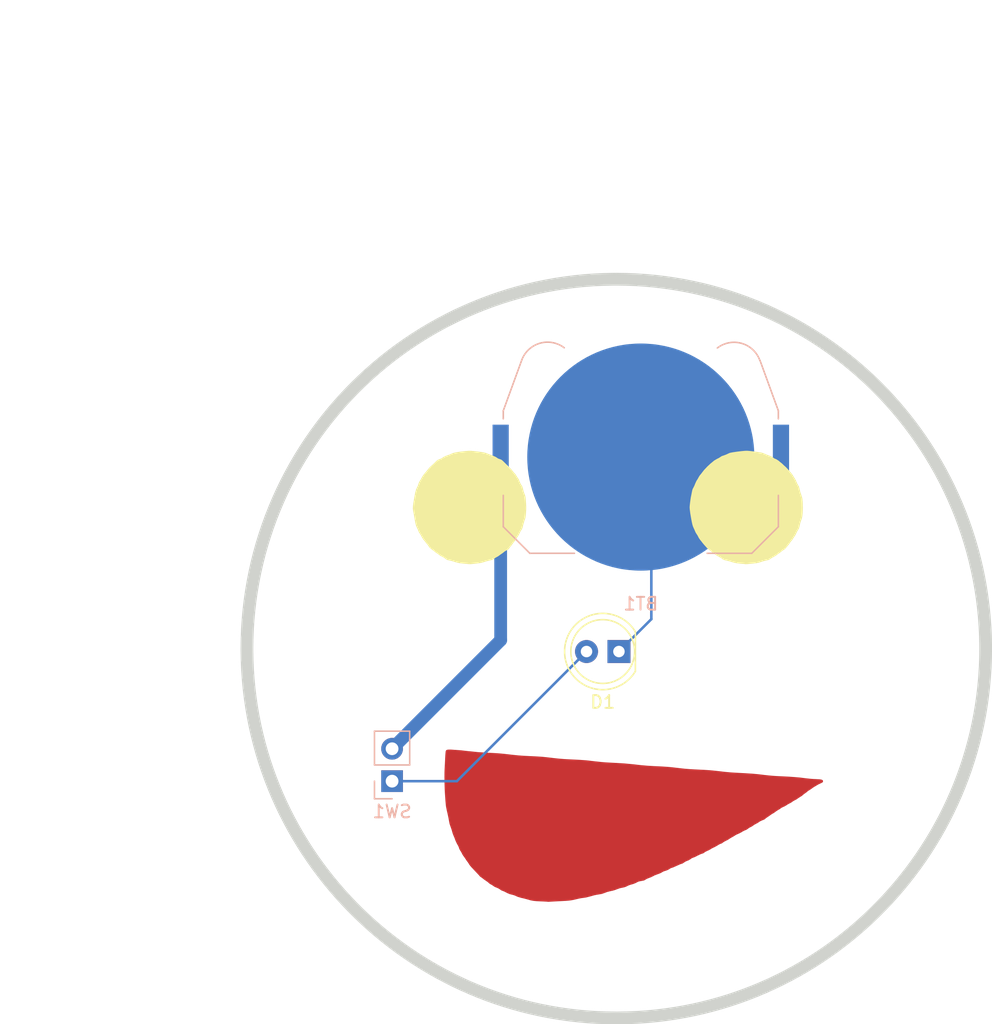
<source format=kicad_pcb>
(kicad_pcb (version 20241229) (generator "pcbnew") (generator_version "9.0")
  (layers (0 "F.Cu" signal) (2 "B.Cu" signal) (5 "F.SilkS" user "F.Silkscreen") (7 "B.SilkS" user "B.Silkscreen") (1 "F.Mask" user) (3 "B.Mask" user) (25 "Edge.Cuts" user))
  (net 0 "")
  (net 1 "Net-(BT1-+)")
  (net 2 "Net-(BT1--)")
  (net 3 "Net-(D1-A)")
  (footprint "LED_THT:LED_D5.0mm" (layer "F.Cu") (at 48.26 50.8 180)
    (property "Reference" "D1" (at 1.27 -3.96 180) (layer "F.SilkS"))
    (property "Value" "LED")
    (fp_line (start -1.29 -1.545) (end -1.29 1.545) (stroke (width 0.12)) (layer "F.SilkS"))
    (fp_arc (start 4.26 0.000048) (mid 2.071756 2.880501) (end -1.29 1.54483) (stroke (width 0.12)) (layer "F.SilkS"))
    (fp_arc (start -1.29 -1.54483) (mid 2.071756 -2.880501) (end 4.26 -0.000048) (stroke (width 0.12)) (layer "F.SilkS"))
    (fp_circle (center 1.27 0) (end 3.77 0) (stroke (width 0.12)) (fill no) (layer "F.SilkS"))
    (pad "1" thru_hole rect (at 0 0 180) (size 1.8 1.8) (drill 0.9) (layers "*.Cu" "*.Mask") (net 2 "Net-(BT1--)"))
    (pad "2" thru_hole circle (at 2.54 0 180) (size 1.8 1.8) (drill 0.9) (layers "*.Cu" "*.Mask") (net 3 "Net-(D1-A)"))
  )
  (footprint "Graphics" (layer "F.Cu") (at 0 0)
    (property "Reference" "" (at 0 0 0) (layer "F.SilkS") (effects (font (size 1.27 1.27))))
    (property "Value" "")
    (fp_poly (pts (xy 35.144 58.488) (xy 35.788 58.533) (xy 36.39 58.6) (xy 37.231 58.685) (xy 37.78 58.719) (xy 38.227 58.743) (xy 38.56 58.761) (xy 38.825 58.779) (xy 39.066 58.799) (xy 39.33 58.826) (xy 39.662 58.864) (xy 39.96 58.898) (xy 40.352 58.938) (xy 40.782 58.969) (xy 41.308 58.996) (xy 41.4 59) (xy 41.713 59.015) (xy 42.005 59.032) (xy 42.14 59.041) (xy 42.286 59.053) (xy 42.431 59.067) (xy 42.616 59.087) (xy 42.882 59.117) (xy 43.23 59.158) (xy 43.611 59.198) (xy 44.019 59.229) (xy 44.514 59.255) (xy 44.63 59.26) (xy 45.197 59.289) (xy 45.651 59.322) (xy 45.83 59.34) (xy 46.001 59.36) (xy 46.257 59.39) (xy 46.41 59.408) (xy 46.842 59.455) (xy 47.24 59.488) (xy 47.688 59.513) (xy 47.84 59.52) (xy 48.69 59.57) (xy 49.415 59.638) (xy 49.51 59.65) (xy 49.988 59.705) (xy 50.456 59.746) (xy 50.986 59.778) (xy 51.23 59.79) (xy 51.663 59.811) (xy 51.996 59.832) (xy 52.29 59.857) (xy 52.605 59.891) (xy 52.85 59.92) (xy 53.21 59.962) (xy 53.511 59.992) (xy 53.813 60.015) (xy 54.176 60.036) (xy 54.46 60.05) (xy 54.933 60.073) (xy 55.299 60.096) (xy 55.612 60.123) (xy 55.927 60.157) (xy 56.04 60.171) (xy 56.556 60.23) (xy 56.991 60.27) (xy 57.422 60.297) (xy 57.47 60.3) (xy 58.162 60.337) (xy 58.703 60.372) (xy 59.106 60.408) (xy 59.22 60.42) (xy 59.677 60.475) (xy 60.031 60.513) (xy 60.336 60.54) (xy 60.647 60.56) (xy 61.02 60.578) (xy 61.07 60.58) (xy 61.567 60.606) (xy 62.04 60.639) (xy 62.433 60.674) (xy 62.57 60.69) (xy 62.95 60.738) (xy 63.23 60.768) (xy 63.47 60.787) (xy 63.71 60.798) (xy 64.003 60.815) (xy 64.17 60.845) (xy 64.244 60.9) (xy 64.26 60.978) (xy 64.217 61.06) (xy 64.058 61.137) (xy 64.056 61.138) (xy 63.879 61.22) (xy 63.806 61.265) (xy 63.648 61.36) (xy 63.61 61.378) (xy 63.457 61.475) (xy 63.43 61.498) (xy 63.293 61.599) (xy 63.206 61.649) (xy 63.073 61.732) (xy 63.031 61.771) (xy 62.943 61.848) (xy 62.875 61.891) (xy 62.73 61.996) (xy 62.685 62.041) (xy 62.554 62.144) (xy 62.51 62.168) (xy 62.347 62.267) (xy 62.304 62.301) (xy 62.146 62.405) (xy 62.07 62.441) (xy 61.913 62.528) (xy 61.859 62.571) (xy 61.721 62.663) (xy 61.641 62.701) (xy 61.474 62.789) (xy 61.411 62.835) (xy 61.239 62.939) (xy 61.17 62.967) (xy 61.006 63.045) (xy 60.943 63.09) (xy 60.81 63.181) (xy 60.74 63.219) (xy 60.582 63.318) (xy 60.53 63.361) (xy 60.384 63.464) (xy 60.335 63.489) (xy 60.174 63.585) (xy 60.135 63.617) (xy 59.983 63.727) (xy 59.946 63.747) (xy 59.794 63.852) (xy 59.755 63.888) (xy 59.64 63.976) (xy 59.514 64.021) (xy 59.318 64.107) (xy 59.26 64.152) (xy 59.096 64.257) (xy 59.041 64.281) (xy 58.865 64.378) (xy 58.808 64.422) (xy 58.658 64.523) (xy 58.595 64.552) (xy 58.446 64.632) (xy 58.407 64.662) (xy 58.265 64.765) (xy 58.105 64.829) (xy 57.946 64.909) (xy 57.898 64.944) (xy 57.666 65.067) (xy 57.626 65.081) (xy 57.419 65.175) (xy 57.369 65.21) (xy 57.221 65.305) (xy 57.15 65.34) (xy 56.981 65.436) (xy 56.924 65.478) (xy 56.766 65.576) (xy 56.689 65.61) (xy 56.484 65.717) (xy 56.439 65.751) (xy 56.339 65.827) (xy 56.316 65.84) (xy 56.199 65.878) (xy 56.041 65.962) (xy 55.973 66.009) (xy 55.761 66.128) (xy 55.724 66.142) (xy 55.525 66.24) (xy 55.48 66.271) (xy 55.304 66.374) (xy 55.222 66.409) (xy 55.064 66.482) (xy 55.007 66.52) (xy 54.865 66.616) (xy 54.689 66.672) (xy 54.421 66.797) (xy 54.24 66.895) (xy 54.168 66.922) (xy 53.964 67) (xy 53.89 67.06) (xy 53.699 67.174) (xy 53.597 67.207) (xy 53.422 67.293) (xy 53.399 67.311) (xy 53.247 67.415) (xy 53.066 67.471) (xy 52.8 67.59) (xy 52.512 67.72) (xy 52.353 67.768) (xy 52.241 67.829) (xy 52.181 67.871) (xy 52.014 67.953) (xy 51.93 67.98) (xy 51.771 68.029) (xy 51.661 68.085) (xy 51.59 68.131) (xy 51.41 68.216) (xy 51.283 68.258) (xy 51.04 68.35) (xy 50.958 68.399) (xy 50.722 68.511) (xy 50.676 68.523) (xy 50.421 68.628) (xy 50.383 68.653) (xy 50.283 68.718) (xy 50.194 68.752) (xy 50.041 68.781) (xy 49.981 68.791) (xy 49.819 68.823) (xy 49.706 68.869) (xy 49.6 68.931) (xy 49.385 69.02) (xy 49.282 69.048) (xy 49.095 69.102) (xy 48.992 69.143) (xy 48.79 69.243) (xy 48.622 69.293) (xy 48.536 69.309) (xy 48.336 69.351) (xy 48.119 69.426) (xy 47.97 69.486) (xy 47.804 69.537) (xy 47.616 69.577) (xy 47.331 69.647) (xy 47.196 69.701) (xy 46.913 69.798) (xy 46.85 69.811) (xy 46.64 69.845) (xy 46.491 69.869) (xy 46.264 69.92) (xy 46.051 69.982) (xy 45.692 70.075) (xy 45.524 70.101) (xy 45.338 70.126) (xy 45.216 70.146) (xy 45.085 70.175) (xy 44.873 70.225) (xy 44.86 70.228) (xy 44.617 70.282) (xy 44.393 70.317) (xy 44.128 70.341) (xy 43.77 70.36) (xy 43.451 70.375) (xy 43.145 70.392) (xy 43.01 70.4) (xy 42.814 70.412) (xy 42.706 70.417) (xy 42.7 70.417) (xy 42.65 70.408) (xy 42.555 70.402) (xy 42.348 70.391) (xy 42.107 70.381) (xy 41.778 70.364) (xy 41.544 70.34) (xy 41.338 70.3) (xy 41.095 70.231) (xy 41.063 70.222) (xy 40.821 70.156) (xy 40.614 70.11) (xy 40.613 70.11) (xy 40.324 70.024) (xy 40.249 69.99) (xy 40.035 69.899) (xy 39.79 69.835) (xy 39.716 69.82) (xy 39.498 69.73) (xy 39.476 69.716) (xy 39.292 69.619) (xy 39.218 69.589) (xy 39.051 69.524) (xy 38.936 69.448) (xy 38.911 69.426) (xy 38.759 69.34) (xy 38.721 69.327) (xy 38.514 69.243) (xy 38.426 69.179) (xy 38.302 69.098) (xy 38.231 69.06) (xy 38.091 68.973) (xy 38.055 68.937) (xy 37.953 68.848) (xy 37.878 68.799) (xy 37.71 68.685) (xy 37.648 68.635) (xy 37.501 68.522) (xy 37.455 68.493) (xy 37.368 68.433) (xy 37.36 68.422) (xy 37.311 68.359) (xy 37.205 68.244) (xy 37.029 68.059) (xy 36.91 67.931) (xy 36.76 67.77) (xy 36.668 67.674) (xy 36.549 67.526) (xy 36.513 67.467) (xy 36.413 67.31) (xy 36.38 67.27) (xy 36.274 67.123) (xy 36.251 67.082) (xy 36.156 66.939) (xy 36.114 66.888) (xy 36.001 66.723) (xy 35.974 66.665) (xy 35.886 66.497) (xy 35.853 66.45) (xy 35.766 66.305) (xy 35.751 66.269) (xy 35.695 66.108) (xy 35.689 66.093) (xy 35.616 65.953) (xy 35.579 65.898) (xy 35.451 65.627) (xy 35.449 65.62) (xy 35.37 65.401) (xy 35.319 65.286) (xy 35.234 65.073) (xy 35.19 64.924) (xy 35.136 64.732) (xy 35.098 64.628) (xy 34.987 64.312) (xy 34.949 64.12) (xy 34.906 63.881) (xy 34.843 63.578) (xy 34.78 63.304) (xy 34.768 63.256) (xy 34.704 62.937) (xy 34.664 62.535) (xy 34.66 62.486) (xy 34.641 62.19) (xy 34.621 61.905) (xy 34.619 61.87) (xy 34.601 61.515) (xy 34.589 61.088) (xy 34.584 60.648) (xy 34.587 60.254) (xy 34.597 59.98) (xy 34.614 59.695) (xy 34.632 59.348) (xy 34.641 59.15) (xy 34.656 58.883) (xy 34.672 58.683) (xy 34.683 58.605) (xy 34.73 58.526) (xy 34.833 58.489) (xy 35.037 58.484)) (fill yes) (layer "F.Cu"))
  )
  (footprint "Graphics" (layer "F.Cu") (at 0 0)
    (property "Reference" "" (at 0 0 0) (layer "F.SilkS") (effects (font (size 1.27 1.27))))
    (property "Value" "")
  )
  (footprint "Graphics" (layer "F.Cu") (at 0 0)
    (property "Reference" "" (at 0 0 0) (layer "F.SilkS") (effects (font (size 1.27 1.27))))
    (property "Value" "")
    (fp_poly (pts (xy 58.502 35.079) (xy 58.577 35.087) (xy 58.881 35.124) (xy 59.192 35.167) (xy 59.209 35.17) (xy 59.434 35.208) (xy 59.578 35.249) (xy 59.699 35.301) (xy 59.921 35.397) (xy 60.049 35.443) (xy 60.273 35.546) (xy 60.302 35.57) (xy 60.446 35.671) (xy 60.591 35.728) (xy 60.781 35.851) (xy 60.912 35.964) (xy 60.952 35.99) (xy 61.075 36.094) (xy 61.087 36.108) (xy 61.202 36.221) (xy 61.226 36.239) (xy 61.337 36.339) (xy 61.47 36.48) (xy 61.627 36.657) (xy 61.743 36.786) (xy 61.868 36.949) (xy 61.916 37.03) (xy 62.013 37.193) (xy 62.048 37.24) (xy 62.147 37.422) (xy 62.161 37.464) (xy 62.239 37.646) (xy 62.273 37.704) (xy 62.37 37.873) (xy 62.422 38.063) (xy 62.432 38.118) (xy 62.487 38.333) (xy 62.539 38.48) (xy 62.62 38.732) (xy 62.639 38.83) (xy 62.667 39.154) (xy 62.676 39.545) (xy 62.664 39.913) (xy 62.661 39.949) (xy 62.633 40.209) (xy 62.594 40.388) (xy 62.531 40.556) (xy 62.471 40.737) (xy 62.457 40.796) (xy 62.409 41.032) (xy 62.363 41.17) (xy 62.3 41.271) (xy 62.2 41.443) (xy 62.177 41.502) (xy 62.089 41.683) (xy 62.05 41.74) (xy 61.949 41.889) (xy 61.92 41.94) (xy 61.827 42.077) (xy 61.78 42.131) (xy 61.671 42.268) (xy 61.641 42.317) (xy 61.558 42.436) (xy 61.449 42.563) (xy 61.34 42.687) (xy 61.3 42.741) (xy 61.242 42.79) (xy 61.175 42.833) (xy 61.015 42.945) (xy 60.96 42.991) (xy 60.81 43.105) (xy 60.77 43.129) (xy 60.619 43.235) (xy 60.59 43.261) (xy 60.446 43.358) (xy 60.381 43.389) (xy 60.21 43.481) (xy 60.158 43.52) (xy 60.054 43.597) (xy 59.937 43.639) (xy 59.792 43.669) (xy 59.572 43.724) (xy 59.423 43.772) (xy 59.237 43.833) (xy 59.065 43.871) (xy 58.832 43.9) (xy 58.73 43.91) (xy 58.499 43.932) (xy 58.326 43.95) (xy 58.31 43.951) (xy 58.197 43.957) (xy 58.18 43.954) (xy 58.102 43.942) (xy 57.922 43.925) (xy 57.862 43.921) (xy 57.505 43.884) (xy 57.231 43.828) (xy 57.056 43.772) (xy 56.821 43.702) (xy 56.68 43.671) (xy 56.49 43.627) (xy 56.377 43.565) (xy 56.321 43.512) (xy 56.145 43.4) (xy 56.114 43.388) (xy 55.9 43.266) (xy 55.877 43.247) (xy 55.73 43.139) (xy 55.683 43.111) (xy 55.555 43.017) (xy 55.534 42.994) (xy 55.42 42.893) (xy 55.376 42.865) (xy 55.235 42.757) (xy 55.15 42.674) (xy 54.924 42.422) (xy 54.797 42.27) (xy 54.769 42.23) (xy 54.687 42.124) (xy 54.631 42.059) (xy 54.51 41.883) (xy 54.493 41.844) (xy 54.412 41.689) (xy 54.369 41.627) (xy 54.274 41.478) (xy 54.248 41.422) (xy 54.189 41.281) (xy 54.128 41.15) (xy 54.065 41.008) (xy 54.018 40.858) (xy 53.97 40.642) (xy 53.931 40.44) (xy 53.854 39.991) (xy 53.81 39.654) (xy 53.8 39.494) (xy 53.81 39.349) (xy 53.836 39.124) (xy 53.868 38.884) (xy 53.897 38.697) (xy 53.91 38.64) (xy 53.929 38.549) (xy 53.964 38.367) (xy 53.968 38.345) (xy 54.01 38.145) (xy 54.055 38.024) (xy 54.096 37.955) (xy 54.186 37.772) (xy 54.227 37.66) (xy 54.341 37.413) (xy 54.352 37.4) (xy 54.449 37.248) (xy 54.483 37.18) (xy 54.577 37.021) (xy 54.618 36.97) (xy 54.734 36.828) (xy 54.761 36.79) (xy 54.938 36.565) (xy 55.184 36.304) (xy 55.441 36.065) (xy 55.55 35.977) (xy 55.658 35.887) (xy 55.714 35.838) (xy 55.942 35.703) (xy 56.104 35.624) (xy 56.147 35.594) (xy 56.316 35.484) (xy 56.48 35.43) (xy 56.661 35.363) (xy 56.749 35.321) (xy 56.912 35.246) (xy 56.981 35.223) (xy 57.207 35.181) (xy 57.528 35.134) (xy 57.881 35.092) (xy 57.917 35.089) (xy 58.15 35.068) (xy 58.315 35.065)) (fill yes) (layer "F.SilkS"))
    (fp_poly (pts (xy 36.833 35.082) (xy 36.89 35.088) (xy 37.298 35.134) (xy 37.586 35.177) (xy 37.794 35.224) (xy 37.961 35.283) (xy 38.019 35.309) (xy 38.239 35.4) (xy 38.382 35.449) (xy 38.613 35.553) (xy 38.632 35.567) (xy 38.79 35.673) (xy 38.95 35.729) (xy 39.036 35.761) (xy 39.123 35.823) (xy 39.26 35.953) (xy 39.32 36.012) (xy 39.516 36.207) (xy 39.692 36.382) (xy 39.726 36.415) (xy 39.869 36.57) (xy 39.949 36.672) (xy 40.046 36.791) (xy 40.075 36.816) (xy 40.161 36.918) (xy 40.196 36.975) (xy 40.289 37.128) (xy 40.321 37.171) (xy 40.418 37.319) (xy 40.481 37.488) (xy 40.556 37.655) (xy 40.587 37.702) (xy 40.684 37.854) (xy 40.737 38.028) (xy 40.749 38.086) (xy 40.809 38.309) (xy 40.851 38.42) (xy 40.906 38.557) (xy 40.94 38.694) (xy 40.962 38.883) (xy 40.981 39.178) (xy 40.982 39.19) (xy 40.995 39.484) (xy 40.992 39.714) (xy 40.974 39.971) (xy 40.953 40.201) (xy 40.929 40.34) (xy 40.89 40.456) (xy 40.862 40.522) (xy 40.75 40.909) (xy 40.705 41.113) (xy 40.631 41.257) (xy 40.589 41.315) (xy 40.505 41.465) (xy 40.479 41.53) (xy 40.392 41.702) (xy 40.354 41.754) (xy 40.244 41.916) (xy 40.22 41.96) (xy 40.136 42.09) (xy 40.109 42.12) (xy 40.025 42.221) (xy 39.95 42.33) (xy 39.846 42.475) (xy 39.791 42.54) (xy 39.705 42.649) (xy 39.679 42.692) (xy 39.612 42.784) (xy 39.502 42.85) (xy 39.415 42.887) (xy 39.293 42.965) (xy 39.245 43.006) (xy 39.107 43.113) (xy 39.063 43.139) (xy 38.923 43.237) (xy 38.905 43.254) (xy 38.773 43.347) (xy 38.705 43.382) (xy 38.535 43.479) (xy 38.48 43.52) (xy 38.374 43.597) (xy 38.253 43.64) (xy 38.116 43.668) (xy 37.912 43.719) (xy 37.715 43.779) (xy 37.563 43.827) (xy 37.409 43.862) (xy 37.204 43.892) (xy 36.895 43.926) (xy 36.86 43.93) (xy 36.646 43.951) (xy 36.541 43.957) (xy 36.493 43.951) (xy 36.49 43.95) (xy 36.405 43.939) (xy 36.223 43.924) (xy 36.187 43.921) (xy 35.79 43.878) (xy 35.489 43.811) (xy 35.37 43.771) (xy 35.137 43.7) (xy 35.001 43.67) (xy 34.809 43.627) (xy 34.695 43.563) (xy 34.641 43.512) (xy 34.473 43.403) (xy 34.44 43.39) (xy 34.254 43.289) (xy 34.203 43.251) (xy 34.059 43.146) (xy 34.01 43.118) (xy 33.87 43.017) (xy 33.849 42.996) (xy 33.715 42.891) (xy 33.664 42.861) (xy 33.41 42.648) (xy 33.312 42.505) (xy 33.231 42.386) (xy 33.202 42.355) (xy 33.131 42.275) (xy 33.09 42.22) (xy 32.97 42.071) (xy 32.93 42.028) (xy 32.803 41.825) (xy 32.715 41.653) (xy 32.67 41.589) (xy 32.574 41.433) (xy 32.549 41.373) (xy 32.482 41.212) (xy 32.448 41.144) (xy 32.367 40.969) (xy 32.308 40.764) (xy 32.254 40.467) (xy 32.251 40.45) (xy 32.206 40.18) (xy 32.163 39.941) (xy 32.155 39.9) (xy 32.12 39.701) (xy 32.105 39.583) (xy 32.114 39.402) (xy 32.158 39.086) (xy 32.22 38.73) (xy 32.265 38.488) (xy 32.292 38.34) (xy 32.361 38.096) (xy 32.423 37.961) (xy 32.495 37.812) (xy 32.52 37.746) (xy 32.554 37.62) (xy 32.627 37.467) (xy 32.66 37.417) (xy 32.742 37.285) (xy 32.787 37.195) (xy 32.888 37.018) (xy 32.942 36.947) (xy 33.072 36.791) (xy 33.12 36.731) (xy 33.298 36.509) (xy 33.41 36.377) (xy 33.489 36.299) (xy 33.53 36.265) (xy 33.652 36.159) (xy 33.817 35.999) (xy 33.84 35.977) (xy 33.985 35.834) (xy 34.078 35.765) (xy 34.175 35.726) (xy 34.191 35.721) (xy 34.335 35.669) (xy 34.465 35.586) (xy 34.517 35.547) (xy 34.706 35.457) (xy 34.765 35.44) (xy 34.974 35.365) (xy 35.07 35.32) (xy 35.244 35.246) (xy 35.476 35.187) (xy 35.802 35.136) (xy 36.23 35.088) (xy 36.463 35.068) (xy 36.632 35.066)) (fill yes) (layer "F.SilkS"))
  )
  (footprint "Graphics" (layer "F.Cu") (at 0 0)
    (property "Reference" "" (at 0 0 0) (layer "F.SilkS") (effects (font (size 1.27 1.27))))
    (property "Value" "")
  )
  (footprint "Graphics" (layer "F.Cu") (at 0 0)
    (property "Reference" "" (at 0 0 0) (layer "F.SilkS") (effects (font (size 1.27 1.27))))
    (property "Value" "")
  )
  (footprint "Connector_PinHeader_2.54mm:PinHeader_1x02_P2.54mm_Vertical" (layer "B.Cu") (at 30.48 60.96)
    (property "Reference" "SW1" (at 0 2.38 180) (layer "B.SilkS") (effects (justify mirror)))
    (property "Value" "SW_SPST")
    (fp_line (start -1.38 -3.92) (end 1.38 -3.92) (stroke (width 0.12)) (layer "B.SilkS"))
    (fp_line (start -1.38 -1.27) (end -1.38 -3.92) (stroke (width 0.12)) (layer "B.SilkS"))
    (fp_line (start -1.38 -1.27) (end 1.38 -1.27) (stroke (width 0.12)) (layer "B.SilkS"))
    (fp_line (start -1.38 0) (end -1.38 1.38) (stroke (width 0.12)) (layer "B.SilkS"))
    (fp_line (start -1.38 1.38) (end 0 1.38) (stroke (width 0.12)) (layer "B.SilkS"))
    (fp_line (start 1.38 -1.27) (end 1.38 -3.92) (stroke (width 0.12)) (layer "B.SilkS"))
    (pad "1" thru_hole rect (at 0 0) (size 1.7 1.7) (drill 1) (layers "*.Cu" "*.Mask") (net 3 "Net-(D1-A)"))
    (pad "2" thru_hole circle (at 0 -2.54) (size 1.7 1.7) (drill 1) (layers "*.Cu" "*.Mask") (net 1 "Net-(BT1-+)"))
  )
  (footprint "Graphics" (layer "B.Cu") (at 0 0)
    (property "Reference" "" (at 0 0 0) (layer "F.SilkS") (effects (font (size 1.27 1.27))))
    (property "Value" "")
  )
  (footprint "Battery:BatteryHolder_Keystone_3034_1x20mm" (layer "B.Cu") (at 49.975 35.56)
    (property "Reference" "BT1" (at 0 11.5 180) (layer "B.SilkS") (effects (justify mirror)))
    (property "Value" "Battery_Cell")
    (fp_line (start -10.78 -3.63) (end -9.34 -7.58) (stroke (width 0.12)) (layer "B.SilkS"))
    (fp_line (start -10.78 -3) (end -10.78 -3.63) (stroke (width 0.12)) (layer "B.SilkS"))
    (fp_line (start -10.78 5.46) (end -10.78 3) (stroke (width 0.12)) (layer "B.SilkS"))
    (fp_line (start -8.7 7.54) (end -10.78 5.46) (stroke (width 0.12)) (layer "B.SilkS"))
    (fp_line (start -5.2 7.54) (end -8.7 7.54) (stroke (width 0.12)) (layer "B.SilkS"))
    (fp_line (start 8.7 7.54) (end 5.2 7.54) (stroke (width 0.12)) (layer "B.SilkS"))
    (fp_line (start 8.7 7.54) (end 10.78 5.46) (stroke (width 0.12)) (layer "B.SilkS"))
    (fp_line (start 10.78 -3.63) (end 9.34 -7.58) (stroke (width 0.12)) (layer "B.SilkS"))
    (fp_line (start 10.78 -3) (end 10.78 -3.63) (stroke (width 0.12)) (layer "B.SilkS"))
    (fp_line (start 10.78 5.46) (end 10.78 3) (stroke (width 0.12)) (layer "B.SilkS"))
    (fp_arc (start -9.34 -7.58) (mid -7.921654 -8.918738) (end -6.003354 -8.56653) (stroke (width 0.12)) (layer "B.SilkS"))
    (fp_arc (start 6 -8.55) (mid 7.90634 -8.911669) (end 9.325243 -7.588169) (stroke (width 0.12)) (layer "B.SilkS"))
    (pad "1" smd rect (at -10.985 0) (size 1.27 5.08) (layers "B.Cu" "B.Mask" "B.Paste") (net 1 "Net-(BT1-+)"))
    (pad "1" smd rect (at 10.985 0) (size 1.27 5.08) (layers "B.Cu" "B.Mask" "B.Paste") (net 1 "Net-(BT1-+)"))
    (pad "2" smd circle (at 0 0) (size 17.8 17.8) (layers "B.Cu" "B.Mask") (net 2 "Net-(BT1--)"))
  )
  (gr_poly (pts (xy 77.002 50.568) (xy 76.992 51.325) (xy 76.963 52.077) (xy 76.915 52.824) (xy 76.849 53.565) (xy 76.763 54.302) (xy 76.66 55.032) (xy 76.538 55.757) (xy 76.399 56.475) (xy 76.242 57.187) (xy 76.067 57.892) (xy 75.876 58.59) (xy 75.668 59.281) (xy 75.443 59.965) (xy 75.201 60.641) (xy 74.944 61.309) (xy 74.67 61.97) (xy 74.381 62.621) (xy 74.076 63.265) (xy 73.757 63.899) (xy 73.422 64.525) (xy 73.072 65.141) (xy 72.708 65.747) (xy 72.33 66.344) (xy 71.937 66.931) (xy 71.531 67.508) (xy 71.111 68.074) (xy 70.678 68.63) (xy 70.232 69.174) (xy 69.772 69.708) (xy 69.301 70.23) (xy 68.817 70.74) (xy 68.32 71.239) (xy 67.812 71.725) (xy 67.292 72.199) (xy 66.761 72.661) (xy 66.218 73.11) (xy 65.665 73.545) (xy 65.101 73.968) (xy 64.526 74.376) (xy 63.941 74.772) (xy 63.346 75.153) (xy 62.741 75.519) (xy 62.127 75.872) (xy 61.503 76.209) (xy 60.87 76.532) (xy 60.229 76.84) (xy 59.578 77.132) (xy 58.92 77.408) (xy 58.253 77.669) (xy 57.578 77.913) (xy 56.896 78.142) (xy 56.206 78.353) (xy 55.509 78.548) (xy 54.806 78.725) (xy 54.095 78.886) (xy 53.378 79.028) (xy 52.655 79.153) (xy 51.925 79.26) (xy 51.19 79.349) (xy 50.449 79.419) (xy 49.703 79.471) (xy 48.952 79.503) (xy 48.197 79.517) (xy 48.053 79.517) (xy 47.296 79.507) (xy 46.544 79.478) (xy 45.797 79.431) (xy 45.056 79.364) (xy 44.319 79.279) (xy 43.589 79.175) (xy 42.864 79.053) (xy 42.146 78.914) (xy 41.434 78.757) (xy 40.729 78.583) (xy 40.031 78.391) (xy 39.34 78.183) (xy 38.656 77.958) (xy 37.98 77.717) (xy 37.312 77.459) (xy 36.652 77.185) (xy 36 76.896) (xy 35.356 76.592) (xy 34.722 76.272) (xy 34.097 75.937) (xy 33.48 75.587) (xy 32.874 75.223) (xy 32.277 74.845) (xy 31.69 74.452) (xy 31.113 74.046) (xy 30.547 73.626) (xy 29.991 73.193) (xy 29.447 72.747) (xy 28.913 72.288) (xy 28.391 71.816) (xy 27.881 71.332) (xy 27.382 70.836) (xy 26.896 70.327) (xy 26.422 69.808) (xy 25.96 69.276) (xy 25.511 68.734) (xy 25.076 68.18) (xy 24.653 67.616) (xy 24.245 67.041) (xy 23.849 66.456) (xy 23.468 65.861) (xy 23.102 65.256) (xy 22.749 64.642) (xy 22.412 64.018) (xy 22.089 63.386) (xy 21.781 62.744) (xy 21.489 62.094) (xy 21.213 61.435) (xy 20.952 60.768) (xy 20.708 60.094) (xy 20.479 59.411) (xy 20.268 58.722) (xy 20.073 58.025) (xy 19.896 57.321) (xy 19.735 56.61) (xy 19.593 55.893) (xy 19.468 55.17) (xy 19.361 54.441) (xy 19.272 53.705) (xy 19.202 52.965) (xy 19.15 52.219) (xy 19.118 51.468) (xy 19.104 50.712) (xy 19.104 50.568) (xy 19.114 49.81) (xy 19.143 49.054) (xy 19.193 48.301) (xy 19.261 47.551) (xy 19.349 46.804) (xy 19.457 46.061) (xy 19.583 45.322) (xy 19.728 44.588) (xy 19.892 43.859) (xy 20.074 43.134) (xy 20.275 42.416) (xy 20.495 41.703) (xy 20.732 40.996) (xy 20.987 40.296) (xy 21.261 39.603) (xy 21.552 38.917) (xy 21.86 38.239) (xy 22.186 37.569) (xy 22.53 36.907) (xy 22.89 36.254) (xy 23.268 35.61) (xy 23.662 34.975) (xy 24.073 34.35) (xy 24.501 33.735) (xy 24.945 33.13) (xy 25.405 32.536) (xy 25.882 31.954) (xy 26.374 31.382) (xy 26.883 30.823) (xy 27.407 30.275) (xy 27.583 30.098) (xy 28.126 29.569) (xy 28.682 29.055) (xy 29.249 28.558) (xy 29.828 28.076) (xy 30.418 27.61) (xy 31.019 27.161) (xy 31.631 26.727) (xy 32.253 26.311) (xy 32.885 25.911) (xy 33.526 25.528) (xy 34.176 25.162) (xy 34.835 24.813) (xy 35.503 24.481) (xy 36.178 24.167) (xy 36.861 23.87) (xy 37.552 23.591) (xy 38.25 23.329) (xy 38.954 23.086) (xy 39.665 22.861) (xy 40.382 22.654) (xy 41.104 22.465) (xy 41.832 22.295) (xy 42.565 22.144) (xy 43.302 22.011) (xy 44.044 21.898) (xy 44.789 21.804) (xy 45.538 21.728) (xy 46.29 21.673) (xy 47.046 21.637) (xy 47.803 21.62) (xy 48.053 21.619) (xy 48.811 21.629) (xy 49.567 21.659) (xy 50.32 21.708) (xy 51.071 21.777) (xy 51.817 21.865) (xy 52.56 21.972) (xy 53.299 22.098) (xy 54.033 22.243) (xy 54.763 22.407) (xy 55.487 22.59) (xy 56.205 22.791) (xy 56.918 23.01) (xy 57.625 23.247) (xy 58.325 23.503) (xy 59.018 23.776) (xy 59.704 24.067) (xy 60.382 24.376) (xy 61.052 24.702) (xy 61.714 25.045) (xy 62.367 25.406) (xy 63.011 25.783) (xy 63.646 26.177) (xy 64.271 26.589) (xy 64.886 27.016) (xy 65.491 27.46) (xy 66.085 27.921) (xy 66.667 28.397) (xy 67.239 28.89) (xy 67.798 29.398) (xy 68.346 29.922) (xy 68.523 30.098) (xy 69.052 30.641) (xy 69.566 31.197) (xy 70.064 31.764) (xy 70.545 32.343) (xy 71.011 32.934) (xy 71.46 33.535) (xy 71.894 34.146) (xy 72.31 34.768) (xy 72.71 35.4) (xy 73.093 36.041) (xy 73.459 36.691) (xy 73.808 37.35) (xy 74.14 38.018) (xy 74.454 38.693) (xy 74.751 39.377) (xy 75.03 40.067) (xy 75.292 40.765) (xy 75.535 41.47) (xy 75.76 42.18) (xy 75.967 42.897) (xy 76.156 43.62) (xy 76.326 44.347) (xy 76.477 45.08) (xy 76.61 45.817) (xy 76.723 46.559) (xy 76.817 47.304) (xy 76.893 48.053) (xy 76.948 48.806) (xy 76.984 49.561) (xy 77.001 50.318) (xy 77.002 50.568)) (stroke (width 1)) (fill no) (layer "Edge.Cuts"))
  (segment (start 38.99 49.91) (end 30.48 58.42) (width 1) (layer "B.Cu") (net 1))
  (segment (start 38.99 35.56) (end 38.99 49.91) (width 1) (layer "B.Cu") (net 1))
  (segment (start 50.8 36.385) (end 49.975 35.56) (width 0.2) (layer "B.Cu") (net 2))
  (segment (start 50.8 48.26) (end 50.8 36.385) (width 0.2) (layer "B.Cu") (net 2))
  (segment (start 48.26 50.8) (end 50.8 48.26) (width 0.2) (layer "B.Cu") (net 2))
  (segment (start 45.72 50.8) (end 35.56 60.96) (width 0.2) (layer "B.Cu") (net 3))
  (segment (start 35.56 60.96) (end 30.48 60.96) (width 0.2) (layer "B.Cu") (net 3))
)
</source>
